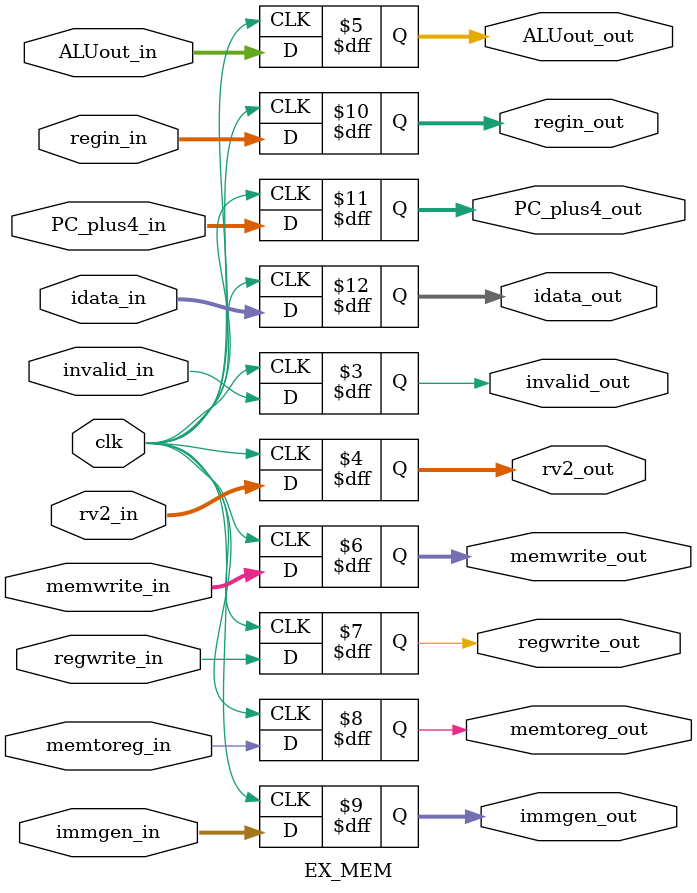
<source format=v>
`timescale 1ns / 1ps
module EX_MEM(
	 input clk,
    input memtoreg_in,
    input regwrite_in,
    input [3:0] memwrite_in,
    //input [31:0] PC_branch_in,
    input [31:0] ALUout_in,
    input [31:0] rv2_in,
	 input invalid_in,
	 output reg invalid_out,
    output reg [31:0] rv2_out,
    output reg [31:0] ALUout_out,
    //output reg[31:0] PC_branch_out,
    output reg [3:0] memwrite_out,
    output reg regwrite_out,
    output reg memtoreg_out,
    input [31:0] immgen_in,
    output reg [31:0] immgen_out,
    input [1:0] regin_in,
    output reg [1:0] regin_out,
    input [31:0] PC_plus4_in,
    output reg [31:0] PC_plus4_out,
	 input [31:0] idata_in,
	 output reg [31:0] idata_out
    );
	 
	 initial begin
	regin_out = 0;
	memtoreg_out = 0;
	memwrite_out = 0;
	PC_plus4_out = 0;
	ALUout_out = 0;
	rv2_out = 0;
	immgen_out = 0;
	regwrite_out = 0;
	idata_out = 0;
	invalid_out =0;
	end

always @(posedge clk)begin
	regin_out <= regin_in;
	memtoreg_out <= memtoreg_in;
	memwrite_out <= memwrite_in;
	//PC_branch_out <= PC_branch_in;
	PC_plus4_out <= PC_plus4_in;
	ALUout_out <= ALUout_in;
	rv2_out <= rv2_in;
	immgen_out <= immgen_in;
	regwrite_out <= regwrite_in;
	idata_out <= idata_in;
	invalid_out <= invalid_in;
	
	end
endmodule

</source>
